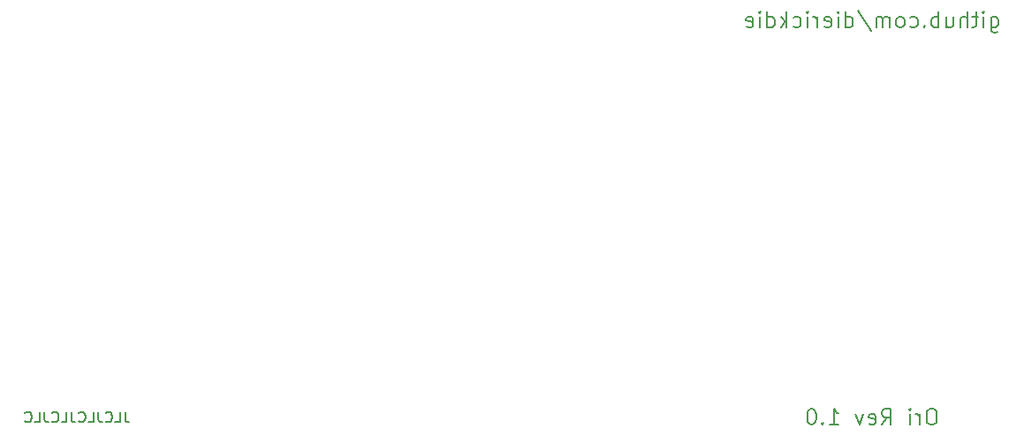
<source format=gbo>
G04 #@! TF.GenerationSoftware,KiCad,Pcbnew,(5.1.4-0)*
G04 #@! TF.CreationDate,2021-07-31T12:50:46-05:00*
G04 #@! TF.ProjectId,ori_top_plate,6f72695f-746f-4705-9f70-6c6174652e6b,rev?*
G04 #@! TF.SameCoordinates,Original*
G04 #@! TF.FileFunction,Legend,Bot*
G04 #@! TF.FilePolarity,Positive*
%FSLAX46Y46*%
G04 Gerber Fmt 4.6, Leading zero omitted, Abs format (unit mm)*
G04 Created by KiCad (PCBNEW (5.1.4-0)) date 2021-07-31 12:50:46*
%MOMM*%
%LPD*%
G04 APERTURE LIST*
%ADD10C,0.200000*%
%ADD11C,0.150000*%
%ADD12C,0.902000*%
%ADD13O,15.697600X0.610000*%
%ADD14O,0.610000X4.674000*%
%ADD15O,0.610000X5.944000*%
%ADD16O,5.182000X1.372000*%
%ADD17O,1.435500X0.610000*%
%ADD18C,0.100000*%
%ADD19C,1.052000*%
%ADD20C,4.602000*%
G04 APERTURE END LIST*
D10*
X256662637Y-60400701D02*
X256662637Y-61614987D01*
X256734065Y-61757844D01*
X256805494Y-61829272D01*
X256948351Y-61900701D01*
X257162637Y-61900701D01*
X257305494Y-61829272D01*
X256662637Y-61329272D02*
X256805494Y-61400701D01*
X257091208Y-61400701D01*
X257234065Y-61329272D01*
X257305494Y-61257844D01*
X257376922Y-61114987D01*
X257376922Y-60686415D01*
X257305494Y-60543558D01*
X257234065Y-60472130D01*
X257091208Y-60400701D01*
X256805494Y-60400701D01*
X256662637Y-60472130D01*
X255948351Y-61400701D02*
X255948351Y-60400701D01*
X255948351Y-59900701D02*
X256019780Y-59972130D01*
X255948351Y-60043558D01*
X255876922Y-59972130D01*
X255948351Y-59900701D01*
X255948351Y-60043558D01*
X255448351Y-60400701D02*
X254876922Y-60400701D01*
X255234065Y-59900701D02*
X255234065Y-61186415D01*
X255162637Y-61329272D01*
X255019780Y-61400701D01*
X254876922Y-61400701D01*
X254376922Y-61400701D02*
X254376922Y-59900701D01*
X253734065Y-61400701D02*
X253734065Y-60614987D01*
X253805494Y-60472130D01*
X253948351Y-60400701D01*
X254162637Y-60400701D01*
X254305494Y-60472130D01*
X254376922Y-60543558D01*
X252376922Y-60400701D02*
X252376922Y-61400701D01*
X253019780Y-60400701D02*
X253019780Y-61186415D01*
X252948351Y-61329272D01*
X252805494Y-61400701D01*
X252591208Y-61400701D01*
X252448351Y-61329272D01*
X252376922Y-61257844D01*
X251662637Y-61400701D02*
X251662637Y-59900701D01*
X251662637Y-60472130D02*
X251519780Y-60400701D01*
X251234065Y-60400701D01*
X251091208Y-60472130D01*
X251019780Y-60543558D01*
X250948351Y-60686415D01*
X250948351Y-61114987D01*
X251019780Y-61257844D01*
X251091208Y-61329272D01*
X251234065Y-61400701D01*
X251519780Y-61400701D01*
X251662637Y-61329272D01*
X250305494Y-61257844D02*
X250234065Y-61329272D01*
X250305494Y-61400701D01*
X250376922Y-61329272D01*
X250305494Y-61257844D01*
X250305494Y-61400701D01*
X248948351Y-61329272D02*
X249091208Y-61400701D01*
X249376922Y-61400701D01*
X249519780Y-61329272D01*
X249591208Y-61257844D01*
X249662637Y-61114987D01*
X249662637Y-60686415D01*
X249591208Y-60543558D01*
X249519780Y-60472130D01*
X249376922Y-60400701D01*
X249091208Y-60400701D01*
X248948351Y-60472130D01*
X248091208Y-61400701D02*
X248234065Y-61329272D01*
X248305494Y-61257844D01*
X248376922Y-61114987D01*
X248376922Y-60686415D01*
X248305494Y-60543558D01*
X248234065Y-60472130D01*
X248091208Y-60400701D01*
X247876922Y-60400701D01*
X247734065Y-60472130D01*
X247662637Y-60543558D01*
X247591208Y-60686415D01*
X247591208Y-61114987D01*
X247662637Y-61257844D01*
X247734065Y-61329272D01*
X247876922Y-61400701D01*
X248091208Y-61400701D01*
X246948351Y-61400701D02*
X246948351Y-60400701D01*
X246948351Y-60543558D02*
X246876922Y-60472130D01*
X246734065Y-60400701D01*
X246519780Y-60400701D01*
X246376922Y-60472130D01*
X246305494Y-60614987D01*
X246305494Y-61400701D01*
X246305494Y-60614987D02*
X246234065Y-60472130D01*
X246091208Y-60400701D01*
X245876922Y-60400701D01*
X245734065Y-60472130D01*
X245662637Y-60614987D01*
X245662637Y-61400701D01*
X243876922Y-59829272D02*
X245162637Y-61757844D01*
X242734065Y-61400701D02*
X242734065Y-59900701D01*
X242734065Y-61329272D02*
X242876922Y-61400701D01*
X243162637Y-61400701D01*
X243305494Y-61329272D01*
X243376922Y-61257844D01*
X243448351Y-61114987D01*
X243448351Y-60686415D01*
X243376922Y-60543558D01*
X243305494Y-60472130D01*
X243162637Y-60400701D01*
X242876922Y-60400701D01*
X242734065Y-60472130D01*
X242019780Y-61400701D02*
X242019780Y-60400701D01*
X242019780Y-59900701D02*
X242091208Y-59972130D01*
X242019780Y-60043558D01*
X241948351Y-59972130D01*
X242019780Y-59900701D01*
X242019780Y-60043558D01*
X240734065Y-61329272D02*
X240876922Y-61400701D01*
X241162637Y-61400701D01*
X241305494Y-61329272D01*
X241376922Y-61186415D01*
X241376922Y-60614987D01*
X241305494Y-60472130D01*
X241162637Y-60400701D01*
X240876922Y-60400701D01*
X240734065Y-60472130D01*
X240662637Y-60614987D01*
X240662637Y-60757844D01*
X241376922Y-60900701D01*
X240019780Y-61400701D02*
X240019780Y-60400701D01*
X240019780Y-60686415D02*
X239948351Y-60543558D01*
X239876922Y-60472130D01*
X239734065Y-60400701D01*
X239591208Y-60400701D01*
X239091208Y-61400701D02*
X239091208Y-60400701D01*
X239091208Y-59900701D02*
X239162637Y-59972130D01*
X239091208Y-60043558D01*
X239019780Y-59972130D01*
X239091208Y-59900701D01*
X239091208Y-60043558D01*
X237734065Y-61329272D02*
X237876922Y-61400701D01*
X238162637Y-61400701D01*
X238305494Y-61329272D01*
X238376922Y-61257844D01*
X238448351Y-61114987D01*
X238448351Y-60686415D01*
X238376922Y-60543558D01*
X238305494Y-60472130D01*
X238162637Y-60400701D01*
X237876922Y-60400701D01*
X237734065Y-60472130D01*
X237091208Y-61400701D02*
X237091208Y-59900701D01*
X236948351Y-60829272D02*
X236519780Y-61400701D01*
X236519780Y-60400701D02*
X237091208Y-60972130D01*
X235234065Y-61400701D02*
X235234065Y-59900701D01*
X235234065Y-61329272D02*
X235376922Y-61400701D01*
X235662637Y-61400701D01*
X235805494Y-61329272D01*
X235876922Y-61257844D01*
X235948351Y-61114987D01*
X235948351Y-60686415D01*
X235876922Y-60543558D01*
X235805494Y-60472130D01*
X235662637Y-60400701D01*
X235376922Y-60400701D01*
X235234065Y-60472130D01*
X234519780Y-61400701D02*
X234519780Y-60400701D01*
X234519780Y-59900701D02*
X234591208Y-59972130D01*
X234519780Y-60043558D01*
X234448351Y-59972130D01*
X234519780Y-59900701D01*
X234519780Y-60043558D01*
X233234065Y-61329272D02*
X233376922Y-61400701D01*
X233662637Y-61400701D01*
X233805494Y-61329272D01*
X233876922Y-61186415D01*
X233876922Y-60614987D01*
X233805494Y-60472130D01*
X233662637Y-60400701D01*
X233376922Y-60400701D01*
X233234065Y-60472130D01*
X233162637Y-60614987D01*
X233162637Y-60757844D01*
X233876922Y-60900701D01*
X251126922Y-98000861D02*
X250841208Y-98000861D01*
X250698351Y-98072290D01*
X250555494Y-98215147D01*
X250484065Y-98500861D01*
X250484065Y-99000861D01*
X250555494Y-99286575D01*
X250698351Y-99429432D01*
X250841208Y-99500861D01*
X251126922Y-99500861D01*
X251269780Y-99429432D01*
X251412637Y-99286575D01*
X251484065Y-99000861D01*
X251484065Y-98500861D01*
X251412637Y-98215147D01*
X251269780Y-98072290D01*
X251126922Y-98000861D01*
X249841208Y-99500861D02*
X249841208Y-98500861D01*
X249841208Y-98786575D02*
X249769780Y-98643718D01*
X249698351Y-98572290D01*
X249555494Y-98500861D01*
X249412637Y-98500861D01*
X248912637Y-99500861D02*
X248912637Y-98500861D01*
X248912637Y-98000861D02*
X248984065Y-98072290D01*
X248912637Y-98143718D01*
X248841208Y-98072290D01*
X248912637Y-98000861D01*
X248912637Y-98143718D01*
X246198351Y-99500861D02*
X246698351Y-98786575D01*
X247055494Y-99500861D02*
X247055494Y-98000861D01*
X246484065Y-98000861D01*
X246341208Y-98072290D01*
X246269780Y-98143718D01*
X246198351Y-98286575D01*
X246198351Y-98500861D01*
X246269780Y-98643718D01*
X246341208Y-98715147D01*
X246484065Y-98786575D01*
X247055494Y-98786575D01*
X244984065Y-99429432D02*
X245126922Y-99500861D01*
X245412637Y-99500861D01*
X245555494Y-99429432D01*
X245626922Y-99286575D01*
X245626922Y-98715147D01*
X245555494Y-98572290D01*
X245412637Y-98500861D01*
X245126922Y-98500861D01*
X244984065Y-98572290D01*
X244912637Y-98715147D01*
X244912637Y-98858004D01*
X245626922Y-99000861D01*
X244412637Y-98500861D02*
X244055494Y-99500861D01*
X243698351Y-98500861D01*
X241198351Y-99500861D02*
X242055494Y-99500861D01*
X241626922Y-99500861D02*
X241626922Y-98000861D01*
X241769780Y-98215147D01*
X241912637Y-98358004D01*
X242055494Y-98429432D01*
X240555494Y-99358004D02*
X240484065Y-99429432D01*
X240555494Y-99500861D01*
X240626922Y-99429432D01*
X240555494Y-99358004D01*
X240555494Y-99500861D01*
X239555494Y-98000861D02*
X239412637Y-98000861D01*
X239269780Y-98072290D01*
X239198351Y-98143718D01*
X239126922Y-98286575D01*
X239055494Y-98572290D01*
X239055494Y-98929432D01*
X239126922Y-99215147D01*
X239198351Y-99358004D01*
X239269780Y-99429432D01*
X239412637Y-99500861D01*
X239555494Y-99500861D01*
X239698351Y-99429432D01*
X239769780Y-99358004D01*
X239841208Y-99215147D01*
X239912637Y-98929432D01*
X239912637Y-98572290D01*
X239841208Y-98286575D01*
X239769780Y-98143718D01*
X239698351Y-98072290D01*
X239555494Y-98000861D01*
D11*
X173688507Y-98274670D02*
X173688507Y-98988956D01*
X173736126Y-99131813D01*
X173831364Y-99227051D01*
X173974221Y-99274670D01*
X174069460Y-99274670D01*
X172736126Y-99274670D02*
X173212317Y-99274670D01*
X173212317Y-98274670D01*
X171831364Y-99179432D02*
X171878983Y-99227051D01*
X172021840Y-99274670D01*
X172117079Y-99274670D01*
X172259936Y-99227051D01*
X172355174Y-99131813D01*
X172402793Y-99036575D01*
X172450412Y-98846099D01*
X172450412Y-98703242D01*
X172402793Y-98512766D01*
X172355174Y-98417528D01*
X172259936Y-98322290D01*
X172117079Y-98274670D01*
X172021840Y-98274670D01*
X171878983Y-98322290D01*
X171831364Y-98369909D01*
X171117079Y-98274670D02*
X171117079Y-98988956D01*
X171164698Y-99131813D01*
X171259936Y-99227051D01*
X171402793Y-99274670D01*
X171498031Y-99274670D01*
X170164698Y-99274670D02*
X170640888Y-99274670D01*
X170640888Y-98274670D01*
X169259936Y-99179432D02*
X169307555Y-99227051D01*
X169450412Y-99274670D01*
X169545650Y-99274670D01*
X169688507Y-99227051D01*
X169783745Y-99131813D01*
X169831364Y-99036575D01*
X169878983Y-98846099D01*
X169878983Y-98703242D01*
X169831364Y-98512766D01*
X169783745Y-98417528D01*
X169688507Y-98322290D01*
X169545650Y-98274670D01*
X169450412Y-98274670D01*
X169307555Y-98322290D01*
X169259936Y-98369909D01*
X168545650Y-98274670D02*
X168545650Y-98988956D01*
X168593269Y-99131813D01*
X168688507Y-99227051D01*
X168831364Y-99274670D01*
X168926602Y-99274670D01*
X167593269Y-99274670D02*
X168069460Y-99274670D01*
X168069460Y-98274670D01*
X166688507Y-99179432D02*
X166736126Y-99227051D01*
X166878983Y-99274670D01*
X166974221Y-99274670D01*
X167117079Y-99227051D01*
X167212317Y-99131813D01*
X167259936Y-99036575D01*
X167307555Y-98846099D01*
X167307555Y-98703242D01*
X167259936Y-98512766D01*
X167212317Y-98417528D01*
X167117079Y-98322290D01*
X166974221Y-98274670D01*
X166878983Y-98274670D01*
X166736126Y-98322290D01*
X166688507Y-98369909D01*
X165974221Y-98274670D02*
X165974221Y-98988956D01*
X166021840Y-99131813D01*
X166117079Y-99227051D01*
X166259936Y-99274670D01*
X166355174Y-99274670D01*
X165021840Y-99274670D02*
X165498031Y-99274670D01*
X165498031Y-98274670D01*
X164117079Y-99179432D02*
X164164698Y-99227051D01*
X164307555Y-99274670D01*
X164402793Y-99274670D01*
X164545650Y-99227051D01*
X164640888Y-99131813D01*
X164688507Y-99036575D01*
X164736126Y-98846099D01*
X164736126Y-98703242D01*
X164688507Y-98512766D01*
X164640888Y-98417528D01*
X164545650Y-98322290D01*
X164402793Y-98274670D01*
X164307555Y-98274670D01*
X164164698Y-98322290D01*
X164117079Y-98369909D01*
%LPC*%
D12*
X359227739Y-101361958D03*
X359227739Y-100091958D03*
X359227739Y-96281958D03*
X359227739Y-97551958D03*
X359227739Y-98821958D03*
X359227739Y-82311942D03*
X359227739Y-81041942D03*
X359227739Y-77231942D03*
X359227739Y-78501942D03*
X359227739Y-79771942D03*
X359227739Y-63261926D03*
X359227739Y-61991926D03*
X359227739Y-58181926D03*
X359227739Y-59451926D03*
X359227739Y-60721926D03*
D13*
X373857820Y-101616330D03*
X373857820Y-115078330D03*
D14*
X366301320Y-103648330D03*
X381414320Y-103648330D03*
X381414320Y-113046330D03*
X366301320Y-113046330D03*
D15*
X380588820Y-108347330D03*
X367126820Y-108347330D03*
D16*
X373857820Y-101362330D03*
X373857820Y-115332330D03*
D17*
X366714070Y-105680330D03*
X381001570Y-105680330D03*
X366714070Y-111014330D03*
X381001570Y-111014330D03*
D13*
X373857820Y-82566250D03*
X373857820Y-96028250D03*
D14*
X366301320Y-84598250D03*
X381414320Y-84598250D03*
X381414320Y-93996250D03*
X366301320Y-93996250D03*
D15*
X380588820Y-89297250D03*
X367126820Y-89297250D03*
D16*
X373857820Y-82312250D03*
X373857820Y-96282250D03*
D17*
X366714070Y-86630250D03*
X381001570Y-86630250D03*
X366714070Y-91964250D03*
X381001570Y-91964250D03*
D13*
X373857820Y-63516170D03*
X373857820Y-76978170D03*
D14*
X366301320Y-65548170D03*
X381414320Y-65548170D03*
X381414320Y-74946170D03*
X366301320Y-74946170D03*
D15*
X380588820Y-70247170D03*
X367126820Y-70247170D03*
D16*
X373857820Y-63262170D03*
X373857820Y-77232170D03*
D17*
X366714070Y-67580170D03*
X381001570Y-67580170D03*
X366714070Y-72914170D03*
X381001570Y-72914170D03*
D13*
X373857820Y-44466090D03*
X373857820Y-57928090D03*
D14*
X366301320Y-46498090D03*
X381414320Y-46498090D03*
X381414320Y-55896090D03*
X366301320Y-55896090D03*
D15*
X380588820Y-51197090D03*
X367126820Y-51197090D03*
D16*
X373857820Y-44212090D03*
X373857820Y-58182090D03*
D17*
X366714070Y-48530090D03*
X381001570Y-48530090D03*
X366714070Y-53864090D03*
X381001570Y-53864090D03*
D13*
X350045220Y-101616330D03*
X350045220Y-115078330D03*
D14*
X342488720Y-103648330D03*
X357601720Y-103648330D03*
X357601720Y-113046330D03*
X342488720Y-113046330D03*
D15*
X356776220Y-108347330D03*
X343314220Y-108347330D03*
D16*
X350045220Y-101362330D03*
X350045220Y-115332330D03*
D17*
X342901470Y-105680330D03*
X357188970Y-105680330D03*
X342901470Y-111014330D03*
X357188970Y-111014330D03*
D13*
X330995140Y-101616330D03*
X330995140Y-115078330D03*
D14*
X323438640Y-103648330D03*
X338551640Y-103648330D03*
X338551640Y-113046330D03*
X323438640Y-113046330D03*
D15*
X337726140Y-108347330D03*
X324264140Y-108347330D03*
D16*
X330995140Y-101362330D03*
X330995140Y-115332330D03*
D17*
X323851390Y-105680330D03*
X338138890Y-105680330D03*
X323851390Y-111014330D03*
X338138890Y-111014330D03*
D13*
X311945060Y-101616330D03*
X311945060Y-115078330D03*
D14*
X304388560Y-103648330D03*
X319501560Y-103648330D03*
X319501560Y-113046330D03*
X304388560Y-113046330D03*
D15*
X318676060Y-108347330D03*
X305214060Y-108347330D03*
D16*
X311945060Y-101362330D03*
X311945060Y-115332330D03*
D17*
X304801310Y-105680330D03*
X319088810Y-105680330D03*
X304801310Y-111014330D03*
X319088810Y-111014330D03*
D13*
X292894980Y-101616330D03*
X292894980Y-115078330D03*
D14*
X285338480Y-103648330D03*
X300451480Y-103648330D03*
X300451480Y-113046330D03*
X285338480Y-113046330D03*
D15*
X299625980Y-108347330D03*
X286163980Y-108347330D03*
D16*
X292894980Y-101362330D03*
X292894980Y-115332330D03*
D17*
X285751230Y-105680330D03*
X300038730Y-105680330D03*
X285751230Y-111014330D03*
X300038730Y-111014330D03*
D13*
X273844900Y-101616330D03*
X273844900Y-115078330D03*
D14*
X266288400Y-103648330D03*
X281401400Y-103648330D03*
X281401400Y-113046330D03*
X266288400Y-113046330D03*
D15*
X280575900Y-108347330D03*
X267113900Y-108347330D03*
D16*
X273844900Y-101362330D03*
X273844900Y-115332330D03*
D17*
X266701150Y-105680330D03*
X280988650Y-105680330D03*
X266701150Y-111014330D03*
X280988650Y-111014330D03*
D13*
X254794820Y-101616330D03*
X254794820Y-115078330D03*
D14*
X247238320Y-103648330D03*
X262351320Y-103648330D03*
X262351320Y-113046330D03*
X247238320Y-113046330D03*
D15*
X261525820Y-108347330D03*
X248063820Y-108347330D03*
D16*
X254794820Y-101362330D03*
X254794820Y-115332330D03*
D17*
X247651070Y-105680330D03*
X261938570Y-105680330D03*
X247651070Y-111014330D03*
X261938570Y-111014330D03*
D13*
X235744740Y-101616330D03*
X235744740Y-115078330D03*
D14*
X228188240Y-103648330D03*
X243301240Y-103648330D03*
X243301240Y-113046330D03*
X228188240Y-113046330D03*
D15*
X242475740Y-108347330D03*
X229013740Y-108347330D03*
D16*
X235744740Y-101362330D03*
X235744740Y-115332330D03*
D17*
X228600990Y-105680330D03*
X242888490Y-105680330D03*
X228600990Y-111014330D03*
X242888490Y-111014330D03*
D13*
X216694660Y-101616330D03*
X216694660Y-115078330D03*
D14*
X209138160Y-103648330D03*
X224251160Y-103648330D03*
X224251160Y-113046330D03*
X209138160Y-113046330D03*
D15*
X223425660Y-108347330D03*
X209963660Y-108347330D03*
D16*
X216694660Y-101362330D03*
X216694660Y-115332330D03*
D17*
X209550910Y-105680330D03*
X223838410Y-105680330D03*
X209550910Y-111014330D03*
X223838410Y-111014330D03*
D13*
X197644580Y-101616330D03*
X197644580Y-115078330D03*
D14*
X190088080Y-103648330D03*
X205201080Y-103648330D03*
X205201080Y-113046330D03*
X190088080Y-113046330D03*
D15*
X204375580Y-108347330D03*
X190913580Y-108347330D03*
D16*
X197644580Y-101362330D03*
X197644580Y-115332330D03*
D17*
X190500830Y-105680330D03*
X204788330Y-105680330D03*
X190500830Y-111014330D03*
X204788330Y-111014330D03*
D13*
X178599530Y-101616330D03*
X178599530Y-115078330D03*
D14*
X171043030Y-103648330D03*
X186156030Y-103648330D03*
X186156030Y-113046330D03*
X171043030Y-113046330D03*
D15*
X185330530Y-108347330D03*
X171868530Y-108347330D03*
D16*
X178599530Y-101362330D03*
X178599530Y-115332330D03*
D17*
X171455780Y-105680330D03*
X185743280Y-105680330D03*
X171455780Y-111014330D03*
X185743280Y-111014330D03*
D13*
X159544420Y-101616330D03*
X159544420Y-115078330D03*
D14*
X151987920Y-103648330D03*
X167100920Y-103648330D03*
X167100920Y-113046330D03*
X151987920Y-113046330D03*
D15*
X166275420Y-108347330D03*
X152813420Y-108347330D03*
D16*
X159544420Y-101362330D03*
X159544420Y-115332330D03*
D17*
X152400670Y-105680330D03*
X166688170Y-105680330D03*
X152400670Y-111014330D03*
X166688170Y-111014330D03*
D13*
X140494340Y-101616330D03*
X140494340Y-115078330D03*
D14*
X132937840Y-103648330D03*
X148050840Y-103648330D03*
X148050840Y-113046330D03*
X132937840Y-113046330D03*
D15*
X147225340Y-108347330D03*
X133763340Y-108347330D03*
D16*
X140494340Y-101362330D03*
X140494340Y-115332330D03*
D17*
X133350590Y-105680330D03*
X147638090Y-105680330D03*
X133350590Y-111014330D03*
X147638090Y-111014330D03*
D13*
X350045220Y-82566250D03*
X350045220Y-96028250D03*
D14*
X342488720Y-84598250D03*
X357601720Y-84598250D03*
X357601720Y-93996250D03*
X342488720Y-93996250D03*
D15*
X356776220Y-89297250D03*
X343314220Y-89297250D03*
D16*
X350045220Y-82312250D03*
X350045220Y-96282250D03*
D17*
X342901470Y-86630250D03*
X357188970Y-86630250D03*
X342901470Y-91964250D03*
X357188970Y-91964250D03*
D13*
X330995140Y-82566250D03*
X330995140Y-96028250D03*
D14*
X323438640Y-84598250D03*
X338551640Y-84598250D03*
X338551640Y-93996250D03*
X323438640Y-93996250D03*
D15*
X337726140Y-89297250D03*
X324264140Y-89297250D03*
D16*
X330995140Y-82312250D03*
X330995140Y-96282250D03*
D17*
X323851390Y-86630250D03*
X338138890Y-86630250D03*
X323851390Y-91964250D03*
X338138890Y-91964250D03*
D13*
X311945060Y-82566250D03*
X311945060Y-96028250D03*
D14*
X304388560Y-84598250D03*
X319501560Y-84598250D03*
X319501560Y-93996250D03*
X304388560Y-93996250D03*
D15*
X318676060Y-89297250D03*
X305214060Y-89297250D03*
D16*
X311945060Y-82312250D03*
X311945060Y-96282250D03*
D17*
X304801310Y-86630250D03*
X319088810Y-86630250D03*
X304801310Y-91964250D03*
X319088810Y-91964250D03*
D13*
X292894980Y-82566250D03*
X292894980Y-96028250D03*
D14*
X285338480Y-84598250D03*
X300451480Y-84598250D03*
X300451480Y-93996250D03*
X285338480Y-93996250D03*
D15*
X299625980Y-89297250D03*
X286163980Y-89297250D03*
D16*
X292894980Y-82312250D03*
X292894980Y-96282250D03*
D17*
X285751230Y-86630250D03*
X300038730Y-86630250D03*
X285751230Y-91964250D03*
X300038730Y-91964250D03*
D13*
X273844900Y-82566250D03*
X273844900Y-96028250D03*
D14*
X266288400Y-84598250D03*
X281401400Y-84598250D03*
X281401400Y-93996250D03*
X266288400Y-93996250D03*
D15*
X280575900Y-89297250D03*
X267113900Y-89297250D03*
D16*
X273844900Y-82312250D03*
X273844900Y-96282250D03*
D17*
X266701150Y-86630250D03*
X280988650Y-86630250D03*
X266701150Y-91964250D03*
X280988650Y-91964250D03*
D13*
X254794820Y-82566250D03*
X254794820Y-96028250D03*
D14*
X247238320Y-84598250D03*
X262351320Y-84598250D03*
X262351320Y-93996250D03*
X247238320Y-93996250D03*
D15*
X261525820Y-89297250D03*
X248063820Y-89297250D03*
D16*
X254794820Y-82312250D03*
X254794820Y-96282250D03*
D17*
X247651070Y-86630250D03*
X261938570Y-86630250D03*
X247651070Y-91964250D03*
X261938570Y-91964250D03*
D13*
X235744740Y-82566250D03*
X235744740Y-96028250D03*
D14*
X228188240Y-84598250D03*
X243301240Y-84598250D03*
X243301240Y-93996250D03*
X228188240Y-93996250D03*
D15*
X242475740Y-89297250D03*
X229013740Y-89297250D03*
D16*
X235744740Y-82312250D03*
X235744740Y-96282250D03*
D17*
X228600990Y-86630250D03*
X242888490Y-86630250D03*
X228600990Y-91964250D03*
X242888490Y-91964250D03*
D13*
X216694660Y-82566250D03*
X216694660Y-96028250D03*
D14*
X209138160Y-84598250D03*
X224251160Y-84598250D03*
X224251160Y-93996250D03*
X209138160Y-93996250D03*
D15*
X223425660Y-89297250D03*
X209963660Y-89297250D03*
D16*
X216694660Y-82312250D03*
X216694660Y-96282250D03*
D17*
X209550910Y-86630250D03*
X223838410Y-86630250D03*
X209550910Y-91964250D03*
X223838410Y-91964250D03*
D13*
X197644580Y-82566250D03*
X197644580Y-96028250D03*
D14*
X190088080Y-84598250D03*
X205201080Y-84598250D03*
X205201080Y-93996250D03*
X190088080Y-93996250D03*
D15*
X204375580Y-89297250D03*
X190913580Y-89297250D03*
D16*
X197644580Y-82312250D03*
X197644580Y-96282250D03*
D17*
X190500830Y-86630250D03*
X204788330Y-86630250D03*
X190500830Y-91964250D03*
X204788330Y-91964250D03*
D13*
X178594500Y-82566250D03*
X178594500Y-96028250D03*
D14*
X171038000Y-84598250D03*
X186151000Y-84598250D03*
X186151000Y-93996250D03*
X171038000Y-93996250D03*
D15*
X185325500Y-89297250D03*
X171863500Y-89297250D03*
D16*
X178594500Y-82312250D03*
X178594500Y-96282250D03*
D17*
X171450750Y-86630250D03*
X185738250Y-86630250D03*
X171450750Y-91964250D03*
X185738250Y-91964250D03*
D13*
X159544420Y-82566250D03*
X159544420Y-96028250D03*
D14*
X151987920Y-84598250D03*
X167100920Y-84598250D03*
X167100920Y-93996250D03*
X151987920Y-93996250D03*
D15*
X166275420Y-89297250D03*
X152813420Y-89297250D03*
D16*
X159544420Y-82312250D03*
X159544420Y-96282250D03*
D17*
X152400670Y-86630250D03*
X166688170Y-86630250D03*
X152400670Y-91964250D03*
X166688170Y-91964250D03*
D13*
X140494340Y-82566250D03*
X140494340Y-96028250D03*
D14*
X132937840Y-84598250D03*
X148050840Y-84598250D03*
X148050840Y-93996250D03*
X132937840Y-93996250D03*
D15*
X147225340Y-89297250D03*
X133763340Y-89297250D03*
D16*
X140494340Y-82312250D03*
X140494340Y-96282250D03*
D17*
X133350590Y-86630250D03*
X147638090Y-86630250D03*
X133350590Y-91964250D03*
X147638090Y-91964250D03*
D13*
X350045220Y-63516170D03*
X350045220Y-76978170D03*
D14*
X342488720Y-65548170D03*
X357601720Y-65548170D03*
X357601720Y-74946170D03*
X342488720Y-74946170D03*
D15*
X356776220Y-70247170D03*
X343314220Y-70247170D03*
D16*
X350045220Y-63262170D03*
X350045220Y-77232170D03*
D17*
X342901470Y-67580170D03*
X357188970Y-67580170D03*
X342901470Y-72914170D03*
X357188970Y-72914170D03*
D13*
X330995140Y-63516170D03*
X330995140Y-76978170D03*
D14*
X323438640Y-65548170D03*
X338551640Y-65548170D03*
X338551640Y-74946170D03*
X323438640Y-74946170D03*
D15*
X337726140Y-70247170D03*
X324264140Y-70247170D03*
D16*
X330995140Y-63262170D03*
X330995140Y-77232170D03*
D17*
X323851390Y-67580170D03*
X338138890Y-67580170D03*
X323851390Y-72914170D03*
X338138890Y-72914170D03*
D13*
X311945060Y-63516170D03*
X311945060Y-76978170D03*
D14*
X304388560Y-65548170D03*
X319501560Y-65548170D03*
X319501560Y-74946170D03*
X304388560Y-74946170D03*
D15*
X318676060Y-70247170D03*
X305214060Y-70247170D03*
D16*
X311945060Y-63262170D03*
X311945060Y-77232170D03*
D17*
X304801310Y-67580170D03*
X319088810Y-67580170D03*
X304801310Y-72914170D03*
X319088810Y-72914170D03*
D13*
X292894980Y-63516170D03*
X292894980Y-76978170D03*
D14*
X285338480Y-65548170D03*
X300451480Y-65548170D03*
X300451480Y-74946170D03*
X285338480Y-74946170D03*
D15*
X299625980Y-70247170D03*
X286163980Y-70247170D03*
D16*
X292894980Y-63262170D03*
X292894980Y-77232170D03*
D17*
X285751230Y-67580170D03*
X300038730Y-67580170D03*
X285751230Y-72914170D03*
X300038730Y-72914170D03*
D13*
X273844900Y-63516170D03*
X273844900Y-76978170D03*
D14*
X266288400Y-65548170D03*
X281401400Y-65548170D03*
X281401400Y-74946170D03*
X266288400Y-74946170D03*
D15*
X280575900Y-70247170D03*
X267113900Y-70247170D03*
D16*
X273844900Y-63262170D03*
X273844900Y-77232170D03*
D17*
X266701150Y-67580170D03*
X280988650Y-67580170D03*
X266701150Y-72914170D03*
X280988650Y-72914170D03*
D13*
X254794820Y-63516170D03*
X254794820Y-76978170D03*
D14*
X247238320Y-65548170D03*
X262351320Y-65548170D03*
X262351320Y-74946170D03*
X247238320Y-74946170D03*
D15*
X261525820Y-70247170D03*
X248063820Y-70247170D03*
D16*
X254794820Y-63262170D03*
X254794820Y-77232170D03*
D17*
X247651070Y-67580170D03*
X261938570Y-67580170D03*
X247651070Y-72914170D03*
X261938570Y-72914170D03*
D13*
X235744740Y-63516170D03*
X235744740Y-76978170D03*
D14*
X228188240Y-65548170D03*
X243301240Y-65548170D03*
X243301240Y-74946170D03*
X228188240Y-74946170D03*
D15*
X242475740Y-70247170D03*
X229013740Y-70247170D03*
D16*
X235744740Y-63262170D03*
X235744740Y-77232170D03*
D17*
X228600990Y-67580170D03*
X242888490Y-67580170D03*
X228600990Y-72914170D03*
X242888490Y-72914170D03*
D13*
X216694660Y-63516170D03*
X216694660Y-76978170D03*
D14*
X209138160Y-65548170D03*
X224251160Y-65548170D03*
X224251160Y-74946170D03*
X209138160Y-74946170D03*
D15*
X223425660Y-70247170D03*
X209963660Y-70247170D03*
D16*
X216694660Y-63262170D03*
X216694660Y-77232170D03*
D17*
X209550910Y-67580170D03*
X223838410Y-67580170D03*
X209550910Y-72914170D03*
X223838410Y-72914170D03*
D13*
X197644580Y-63516170D03*
X197644580Y-76978170D03*
D14*
X190088080Y-65548170D03*
X205201080Y-65548170D03*
X205201080Y-74946170D03*
X190088080Y-74946170D03*
D15*
X204375580Y-70247170D03*
X190913580Y-70247170D03*
D16*
X197644580Y-63262170D03*
X197644580Y-77232170D03*
D17*
X190500830Y-67580170D03*
X204788330Y-67580170D03*
X190500830Y-72914170D03*
X204788330Y-72914170D03*
D13*
X178594500Y-63516170D03*
X178594500Y-76978170D03*
D14*
X171038000Y-65548170D03*
X186151000Y-65548170D03*
X186151000Y-74946170D03*
X171038000Y-74946170D03*
D15*
X185325500Y-70247170D03*
X171863500Y-70247170D03*
D16*
X178594500Y-63262170D03*
X178594500Y-77232170D03*
D17*
X171450750Y-67580170D03*
X185738250Y-67580170D03*
X171450750Y-72914170D03*
X185738250Y-72914170D03*
D13*
X159544420Y-63516170D03*
X159544420Y-76978170D03*
D14*
X151987920Y-65548170D03*
X167100920Y-65548170D03*
X167100920Y-74946170D03*
X151987920Y-74946170D03*
D15*
X166275420Y-70247170D03*
X152813420Y-70247170D03*
D16*
X159544420Y-63262170D03*
X159544420Y-77232170D03*
D17*
X152400670Y-67580170D03*
X166688170Y-67580170D03*
X152400670Y-72914170D03*
X166688170Y-72914170D03*
D13*
X140494340Y-63516170D03*
X140494340Y-76978170D03*
D14*
X132937840Y-65548170D03*
X148050840Y-65548170D03*
X148050840Y-74946170D03*
X132937840Y-74946170D03*
D15*
X147225340Y-70247170D03*
X133763340Y-70247170D03*
D16*
X140494340Y-63262170D03*
X140494340Y-77232170D03*
D17*
X133350590Y-67580170D03*
X147638090Y-67580170D03*
X133350590Y-72914170D03*
X147638090Y-72914170D03*
D13*
X350045220Y-44466090D03*
X350045220Y-57928090D03*
D14*
X342488720Y-46498090D03*
X357601720Y-46498090D03*
X357601720Y-55896090D03*
X342488720Y-55896090D03*
D15*
X356776220Y-51197090D03*
X343314220Y-51197090D03*
D16*
X350045220Y-44212090D03*
X350045220Y-58182090D03*
D17*
X342901470Y-48530090D03*
X357188970Y-48530090D03*
X342901470Y-53864090D03*
X357188970Y-53864090D03*
D13*
X330995140Y-44466090D03*
X330995140Y-57928090D03*
D14*
X323438640Y-46498090D03*
X338551640Y-46498090D03*
X338551640Y-55896090D03*
X323438640Y-55896090D03*
D15*
X337726140Y-51197090D03*
X324264140Y-51197090D03*
D16*
X330995140Y-44212090D03*
X330995140Y-58182090D03*
D17*
X323851390Y-48530090D03*
X338138890Y-48530090D03*
X323851390Y-53864090D03*
X338138890Y-53864090D03*
D13*
X311945060Y-44466090D03*
X311945060Y-57928090D03*
D14*
X304388560Y-46498090D03*
X319501560Y-46498090D03*
X319501560Y-55896090D03*
X304388560Y-55896090D03*
D15*
X318676060Y-51197090D03*
X305214060Y-51197090D03*
D16*
X311945060Y-44212090D03*
X311945060Y-58182090D03*
D17*
X304801310Y-48530090D03*
X319088810Y-48530090D03*
X304801310Y-53864090D03*
X319088810Y-53864090D03*
D13*
X292894980Y-44466090D03*
X292894980Y-57928090D03*
D14*
X285338480Y-46498090D03*
X300451480Y-46498090D03*
X300451480Y-55896090D03*
X285338480Y-55896090D03*
D15*
X299625980Y-51197090D03*
X286163980Y-51197090D03*
D16*
X292894980Y-44212090D03*
X292894980Y-58182090D03*
D17*
X285751230Y-48530090D03*
X300038730Y-48530090D03*
X285751230Y-53864090D03*
X300038730Y-53864090D03*
D13*
X273844900Y-44466090D03*
X273844900Y-57928090D03*
D14*
X266288400Y-46498090D03*
X281401400Y-46498090D03*
X281401400Y-55896090D03*
X266288400Y-55896090D03*
D15*
X280575900Y-51197090D03*
X267113900Y-51197090D03*
D16*
X273844900Y-44212090D03*
X273844900Y-58182090D03*
D17*
X266701150Y-48530090D03*
X280988650Y-48530090D03*
X266701150Y-53864090D03*
X280988650Y-53864090D03*
D13*
X254794820Y-44466090D03*
X254794820Y-57928090D03*
D14*
X247238320Y-46498090D03*
X262351320Y-46498090D03*
X262351320Y-55896090D03*
X247238320Y-55896090D03*
D15*
X261525820Y-51197090D03*
X248063820Y-51197090D03*
D16*
X254794820Y-44212090D03*
X254794820Y-58182090D03*
D17*
X247651070Y-48530090D03*
X261938570Y-48530090D03*
X247651070Y-53864090D03*
X261938570Y-53864090D03*
D13*
X235744740Y-44466090D03*
X235744740Y-57928090D03*
D14*
X228188240Y-46498090D03*
X243301240Y-46498090D03*
X243301240Y-55896090D03*
X228188240Y-55896090D03*
D15*
X242475740Y-51197090D03*
X229013740Y-51197090D03*
D16*
X235744740Y-44212090D03*
X235744740Y-58182090D03*
D17*
X228600990Y-48530090D03*
X242888490Y-48530090D03*
X228600990Y-53864090D03*
X242888490Y-53864090D03*
D13*
X216694660Y-44466090D03*
X216694660Y-57928090D03*
D14*
X209138160Y-46498090D03*
X224251160Y-46498090D03*
X224251160Y-55896090D03*
X209138160Y-55896090D03*
D15*
X223425660Y-51197090D03*
X209963660Y-51197090D03*
D16*
X216694660Y-44212090D03*
X216694660Y-58182090D03*
D17*
X209550910Y-48530090D03*
X223838410Y-48530090D03*
X209550910Y-53864090D03*
X223838410Y-53864090D03*
D13*
X197644580Y-44466090D03*
X197644580Y-57928090D03*
D14*
X190088080Y-46498090D03*
X205201080Y-46498090D03*
X205201080Y-55896090D03*
X190088080Y-55896090D03*
D15*
X204375580Y-51197090D03*
X190913580Y-51197090D03*
D16*
X197644580Y-44212090D03*
X197644580Y-58182090D03*
D17*
X190500830Y-48530090D03*
X204788330Y-48530090D03*
X190500830Y-53864090D03*
X204788330Y-53864090D03*
D13*
X178599530Y-44466090D03*
X178599530Y-57928090D03*
D14*
X171043030Y-46498090D03*
X186156030Y-46498090D03*
X186156030Y-55896090D03*
X171043030Y-55896090D03*
D15*
X185330530Y-51197090D03*
X171868530Y-51197090D03*
D16*
X178599530Y-44212090D03*
X178599530Y-58182090D03*
D17*
X171455780Y-48530090D03*
X185743280Y-48530090D03*
X171455780Y-53864090D03*
X185743280Y-53864090D03*
D13*
X159544420Y-44466090D03*
X159544420Y-57928090D03*
D14*
X151987920Y-46498090D03*
X167100920Y-46498090D03*
X167100920Y-55896090D03*
X151987920Y-55896090D03*
D15*
X166275420Y-51197090D03*
X152813420Y-51197090D03*
D16*
X159544420Y-44212090D03*
X159544420Y-58182090D03*
D17*
X152400670Y-48530090D03*
X166688170Y-48530090D03*
X152400670Y-53864090D03*
X166688170Y-53864090D03*
D13*
X140494340Y-44466090D03*
X140494340Y-57928090D03*
D14*
X132937840Y-46498090D03*
X148050840Y-46498090D03*
X148050840Y-55896090D03*
X132937840Y-55896090D03*
D15*
X147225340Y-51197090D03*
X133763340Y-51197090D03*
D16*
X140494340Y-44212090D03*
X140494340Y-58182090D03*
D17*
X133350590Y-48530090D03*
X147638090Y-48530090D03*
X133350590Y-53864090D03*
X147638090Y-53864090D03*
D18*
G36*
X373916914Y-60197396D02*
G01*
X373942444Y-60201183D01*
X373967480Y-60207455D01*
X373991781Y-60216150D01*
X374015112Y-60227185D01*
X374037250Y-60240453D01*
X374057980Y-60255828D01*
X374077104Y-60273161D01*
X374094437Y-60292285D01*
X374109812Y-60313015D01*
X374123080Y-60335153D01*
X374134115Y-60358484D01*
X374142810Y-60382785D01*
X374149082Y-60407821D01*
X374152869Y-60433351D01*
X374154135Y-60459130D01*
X374154135Y-60985130D01*
X374152869Y-61010909D01*
X374149082Y-61036439D01*
X374142810Y-61061475D01*
X374134115Y-61085776D01*
X374123080Y-61109107D01*
X374109812Y-61131245D01*
X374094437Y-61151975D01*
X374077104Y-61171099D01*
X374057980Y-61188432D01*
X374037250Y-61203807D01*
X374015112Y-61217075D01*
X373991781Y-61228110D01*
X373967480Y-61236805D01*
X373942444Y-61243077D01*
X373916914Y-61246864D01*
X373891135Y-61248130D01*
X373265135Y-61248130D01*
X373239356Y-61246864D01*
X373213826Y-61243077D01*
X373188790Y-61236805D01*
X373164489Y-61228110D01*
X373141158Y-61217075D01*
X373119020Y-61203807D01*
X373098290Y-61188432D01*
X373079166Y-61171099D01*
X373061833Y-61151975D01*
X373046458Y-61131245D01*
X373033190Y-61109107D01*
X373022155Y-61085776D01*
X373013460Y-61061475D01*
X373007188Y-61036439D01*
X373003401Y-61010909D01*
X373002135Y-60985130D01*
X373002135Y-60459130D01*
X373003401Y-60433351D01*
X373007188Y-60407821D01*
X373013460Y-60382785D01*
X373022155Y-60358484D01*
X373033190Y-60335153D01*
X373046458Y-60313015D01*
X373061833Y-60292285D01*
X373079166Y-60273161D01*
X373098290Y-60255828D01*
X373119020Y-60240453D01*
X373141158Y-60227185D01*
X373164489Y-60216150D01*
X373188790Y-60207455D01*
X373213826Y-60201183D01*
X373239356Y-60197396D01*
X373265135Y-60196130D01*
X373891135Y-60196130D01*
X373916914Y-60197396D01*
X373916914Y-60197396D01*
G37*
D19*
X373578135Y-60722130D03*
D18*
G36*
X375666914Y-60197396D02*
G01*
X375692444Y-60201183D01*
X375717480Y-60207455D01*
X375741781Y-60216150D01*
X375765112Y-60227185D01*
X375787250Y-60240453D01*
X375807980Y-60255828D01*
X375827104Y-60273161D01*
X375844437Y-60292285D01*
X375859812Y-60313015D01*
X375873080Y-60335153D01*
X375884115Y-60358484D01*
X375892810Y-60382785D01*
X375899082Y-60407821D01*
X375902869Y-60433351D01*
X375904135Y-60459130D01*
X375904135Y-60985130D01*
X375902869Y-61010909D01*
X375899082Y-61036439D01*
X375892810Y-61061475D01*
X375884115Y-61085776D01*
X375873080Y-61109107D01*
X375859812Y-61131245D01*
X375844437Y-61151975D01*
X375827104Y-61171099D01*
X375807980Y-61188432D01*
X375787250Y-61203807D01*
X375765112Y-61217075D01*
X375741781Y-61228110D01*
X375717480Y-61236805D01*
X375692444Y-61243077D01*
X375666914Y-61246864D01*
X375641135Y-61248130D01*
X375015135Y-61248130D01*
X374989356Y-61246864D01*
X374963826Y-61243077D01*
X374938790Y-61236805D01*
X374914489Y-61228110D01*
X374891158Y-61217075D01*
X374869020Y-61203807D01*
X374848290Y-61188432D01*
X374829166Y-61171099D01*
X374811833Y-61151975D01*
X374796458Y-61131245D01*
X374783190Y-61109107D01*
X374772155Y-61085776D01*
X374763460Y-61061475D01*
X374757188Y-61036439D01*
X374753401Y-61010909D01*
X374752135Y-60985130D01*
X374752135Y-60459130D01*
X374753401Y-60433351D01*
X374757188Y-60407821D01*
X374763460Y-60382785D01*
X374772155Y-60358484D01*
X374783190Y-60335153D01*
X374796458Y-60313015D01*
X374811833Y-60292285D01*
X374829166Y-60273161D01*
X374848290Y-60255828D01*
X374869020Y-60240453D01*
X374891158Y-60227185D01*
X374914489Y-60216150D01*
X374938790Y-60207455D01*
X374963826Y-60201183D01*
X374989356Y-60197396D01*
X375015135Y-60196130D01*
X375641135Y-60196130D01*
X375666914Y-60197396D01*
X375666914Y-60197396D01*
G37*
D19*
X375328135Y-60722130D03*
D18*
G36*
X351258999Y-60197396D02*
G01*
X351284529Y-60201183D01*
X351309565Y-60207455D01*
X351333866Y-60216150D01*
X351357197Y-60227185D01*
X351379335Y-60240453D01*
X351400065Y-60255828D01*
X351419189Y-60273161D01*
X351436522Y-60292285D01*
X351451897Y-60313015D01*
X351465165Y-60335153D01*
X351476200Y-60358484D01*
X351484895Y-60382785D01*
X351491167Y-60407821D01*
X351494954Y-60433351D01*
X351496220Y-60459130D01*
X351496220Y-60985130D01*
X351494954Y-61010909D01*
X351491167Y-61036439D01*
X351484895Y-61061475D01*
X351476200Y-61085776D01*
X351465165Y-61109107D01*
X351451897Y-61131245D01*
X351436522Y-61151975D01*
X351419189Y-61171099D01*
X351400065Y-61188432D01*
X351379335Y-61203807D01*
X351357197Y-61217075D01*
X351333866Y-61228110D01*
X351309565Y-61236805D01*
X351284529Y-61243077D01*
X351258999Y-61246864D01*
X351233220Y-61248130D01*
X350607220Y-61248130D01*
X350581441Y-61246864D01*
X350555911Y-61243077D01*
X350530875Y-61236805D01*
X350506574Y-61228110D01*
X350483243Y-61217075D01*
X350461105Y-61203807D01*
X350440375Y-61188432D01*
X350421251Y-61171099D01*
X350403918Y-61151975D01*
X350388543Y-61131245D01*
X350375275Y-61109107D01*
X350364240Y-61085776D01*
X350355545Y-61061475D01*
X350349273Y-61036439D01*
X350345486Y-61010909D01*
X350344220Y-60985130D01*
X350344220Y-60459130D01*
X350345486Y-60433351D01*
X350349273Y-60407821D01*
X350355545Y-60382785D01*
X350364240Y-60358484D01*
X350375275Y-60335153D01*
X350388543Y-60313015D01*
X350403918Y-60292285D01*
X350421251Y-60273161D01*
X350440375Y-60255828D01*
X350461105Y-60240453D01*
X350483243Y-60227185D01*
X350506574Y-60216150D01*
X350530875Y-60207455D01*
X350555911Y-60201183D01*
X350581441Y-60197396D01*
X350607220Y-60196130D01*
X351233220Y-60196130D01*
X351258999Y-60197396D01*
X351258999Y-60197396D01*
G37*
D19*
X350920220Y-60722130D03*
D18*
G36*
X349508999Y-60197396D02*
G01*
X349534529Y-60201183D01*
X349559565Y-60207455D01*
X349583866Y-60216150D01*
X349607197Y-60227185D01*
X349629335Y-60240453D01*
X349650065Y-60255828D01*
X349669189Y-60273161D01*
X349686522Y-60292285D01*
X349701897Y-60313015D01*
X349715165Y-60335153D01*
X349726200Y-60358484D01*
X349734895Y-60382785D01*
X349741167Y-60407821D01*
X349744954Y-60433351D01*
X349746220Y-60459130D01*
X349746220Y-60985130D01*
X349744954Y-61010909D01*
X349741167Y-61036439D01*
X349734895Y-61061475D01*
X349726200Y-61085776D01*
X349715165Y-61109107D01*
X349701897Y-61131245D01*
X349686522Y-61151975D01*
X349669189Y-61171099D01*
X349650065Y-61188432D01*
X349629335Y-61203807D01*
X349607197Y-61217075D01*
X349583866Y-61228110D01*
X349559565Y-61236805D01*
X349534529Y-61243077D01*
X349508999Y-61246864D01*
X349483220Y-61248130D01*
X348857220Y-61248130D01*
X348831441Y-61246864D01*
X348805911Y-61243077D01*
X348780875Y-61236805D01*
X348756574Y-61228110D01*
X348733243Y-61217075D01*
X348711105Y-61203807D01*
X348690375Y-61188432D01*
X348671251Y-61171099D01*
X348653918Y-61151975D01*
X348638543Y-61131245D01*
X348625275Y-61109107D01*
X348614240Y-61085776D01*
X348605545Y-61061475D01*
X348599273Y-61036439D01*
X348595486Y-61010909D01*
X348594220Y-60985130D01*
X348594220Y-60459130D01*
X348595486Y-60433351D01*
X348599273Y-60407821D01*
X348605545Y-60382785D01*
X348614240Y-60358484D01*
X348625275Y-60335153D01*
X348638543Y-60313015D01*
X348653918Y-60292285D01*
X348671251Y-60273161D01*
X348690375Y-60255828D01*
X348711105Y-60240453D01*
X348733243Y-60227185D01*
X348756574Y-60216150D01*
X348780875Y-60207455D01*
X348805911Y-60201183D01*
X348831441Y-60197396D01*
X348857220Y-60196130D01*
X349483220Y-60196130D01*
X349508999Y-60197396D01*
X349508999Y-60197396D01*
G37*
D19*
X349170220Y-60722130D03*
D20*
X364331556Y-98821958D03*
X364331556Y-60721926D03*
X150019380Y-60722130D03*
X150019380Y-98822290D03*
X283369940Y-60721926D03*
X207168924Y-60721926D03*
X283368988Y-98821958D03*
X207168924Y-98821958D03*
X340519036Y-60721926D03*
X340519036Y-98821958D03*
M02*

</source>
